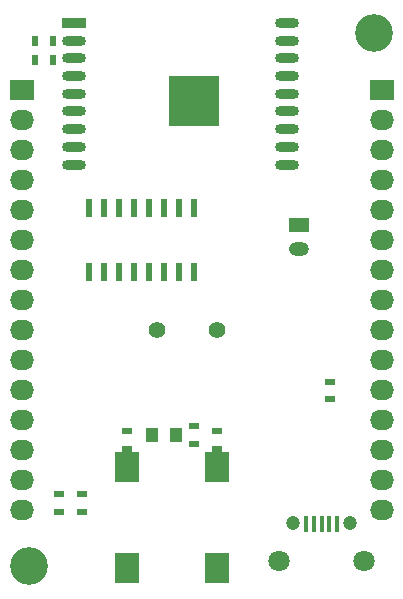
<source format=gbr>
G04 #@! TF.FileFunction,Soldermask,Top*
%FSLAX46Y46*%
G04 Gerber Fmt 4.6, Leading zero omitted, Abs format (unit mm)*
G04 Created by KiCad (PCBNEW 4.0.4+e1-6308~48~ubuntu16.04.1-stable) date Thu Nov 24 17:46:36 2016*
%MOMM*%
%LPD*%
G01*
G04 APERTURE LIST*
%ADD10C,0.100000*%
%ADD11C,3.200000*%
%ADD12R,1.000000X1.250000*%
%ADD13R,2.032000X1.727200*%
%ADD14O,2.032000X1.727200*%
%ADD15C,1.800000*%
%ADD16C,1.200000*%
%ADD17R,0.400000X1.350000*%
%ADD18R,1.700000X1.200000*%
%ADD19O,1.700000X1.200000*%
%ADD20R,2.000000X2.500000*%
%ADD21R,0.600000X1.500000*%
%ADD22O,2.000000X0.900000*%
%ADD23R,2.000000X0.900000*%
%ADD24R,4.300000X4.300000*%
%ADD25C,1.422400*%
%ADD26R,0.900000X0.500000*%
%ADD27R,0.500000X0.900000*%
G04 APERTURE END LIST*
D10*
D11*
X149245000Y-103759000D03*
D12*
X130445000Y-137795000D03*
X132445000Y-137795000D03*
D13*
X119380000Y-108585000D03*
D14*
X119380000Y-111125000D03*
X119380000Y-113665000D03*
X119380000Y-116205000D03*
X119380000Y-118745000D03*
X119380000Y-121285000D03*
X119380000Y-123825000D03*
X119380000Y-126365000D03*
X119380000Y-128905000D03*
X119380000Y-131445000D03*
X119380000Y-133985000D03*
X119380000Y-136525000D03*
X119380000Y-139065000D03*
X119380000Y-141605000D03*
X119380000Y-144145000D03*
D15*
X148405000Y-148460000D03*
D16*
X147205000Y-145210000D03*
D17*
X144780000Y-145260000D03*
X144130000Y-145260000D03*
X143480000Y-145260000D03*
X145430000Y-145260000D03*
X146080000Y-145260000D03*
D16*
X142355000Y-145210000D03*
D15*
X141155000Y-148460000D03*
D13*
X149880000Y-108585000D03*
D14*
X149880000Y-111125000D03*
X149880000Y-113665000D03*
X149880000Y-116205000D03*
X149880000Y-118745000D03*
X149880000Y-121285000D03*
X149880000Y-123825000D03*
X149880000Y-126365000D03*
X149880000Y-128905000D03*
X149880000Y-131445000D03*
X149880000Y-133985000D03*
X149880000Y-136525000D03*
X149880000Y-139065000D03*
X149880000Y-141605000D03*
X149880000Y-144145000D03*
D18*
X142875000Y-120015000D03*
D19*
X142875000Y-122015000D03*
D20*
X135890000Y-140505000D03*
X135890000Y-149055000D03*
X128270000Y-140505000D03*
X128270000Y-149055000D03*
D21*
X125095000Y-123985000D03*
X126365000Y-123985000D03*
X127635000Y-123985000D03*
X128905000Y-123985000D03*
X130175000Y-123985000D03*
X131445000Y-123985000D03*
X132715000Y-123985000D03*
X133985000Y-123985000D03*
X133985000Y-118585000D03*
X132715000Y-118585000D03*
X131445000Y-118585000D03*
X130175000Y-118585000D03*
X128905000Y-118585000D03*
X127635000Y-118585000D03*
X126365000Y-118585000D03*
X125095000Y-118585000D03*
D22*
X141825000Y-114870000D03*
X123825000Y-114870000D03*
D23*
X123825000Y-102870000D03*
D22*
X123825000Y-104370000D03*
X123825000Y-105870000D03*
X123825000Y-107370000D03*
X123825000Y-108870000D03*
X123825000Y-110370000D03*
X123825000Y-111870000D03*
X123825000Y-113370000D03*
X141825000Y-113370000D03*
X141825000Y-111870000D03*
X141825000Y-110370000D03*
X141825000Y-108870000D03*
X141825000Y-107370000D03*
X141825000Y-105870000D03*
X141825000Y-104370000D03*
X141825000Y-102870000D03*
D24*
X133945000Y-109450000D03*
D25*
X130810000Y-128905000D03*
X135890000Y-128905000D03*
D11*
X120015000Y-148844000D03*
D26*
X128270000Y-137420000D03*
X128270000Y-138920000D03*
X135890000Y-137420000D03*
X135890000Y-138920000D03*
X145500000Y-133250000D03*
X145500000Y-134750000D03*
X133985000Y-138545000D03*
X133985000Y-137045000D03*
D27*
X122030000Y-105990000D03*
X120530000Y-105990000D03*
X120550000Y-104390000D03*
X122050000Y-104390000D03*
D26*
X124460000Y-144260000D03*
X124460000Y-142760000D03*
X122555000Y-144260000D03*
X122555000Y-142760000D03*
M02*

</source>
